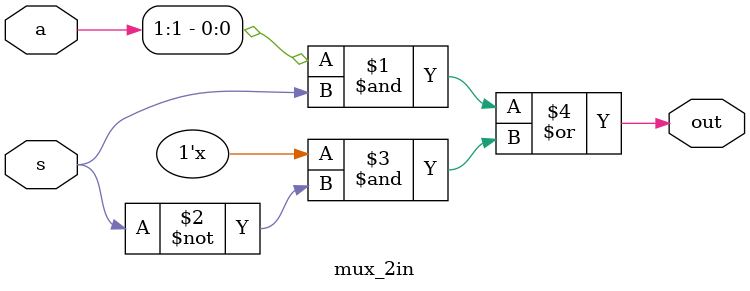
<source format=sv>
module carry_select_adder
(
    input   logic[15:0]     A,
    input   logic[15:0]     B,
    output  logic[15:0]     Sum,
    output  logic           CO
);

    /* TODO
     *
     * Insert code here to implement a carry select.
     * Your code should be completly combinational (don't use always_ff or always_latch).
     * Feel free to create sub-modules or other files. */
     
endmodule

module carrySelect_4bit
(
    input   logic[3:0]      A,
    input   logic[3:0]      B,
    output  logic[3:0]      S,
    input   logic           CI,
    output  logic           CO
);

endmodule

module mux_2in
(
    input   logic[1:0]      a,
    input   logic           s,
    output  logic           out
);

    assign out = (a[1] & s) | (A[0] & ~s);

endmodule

</source>
